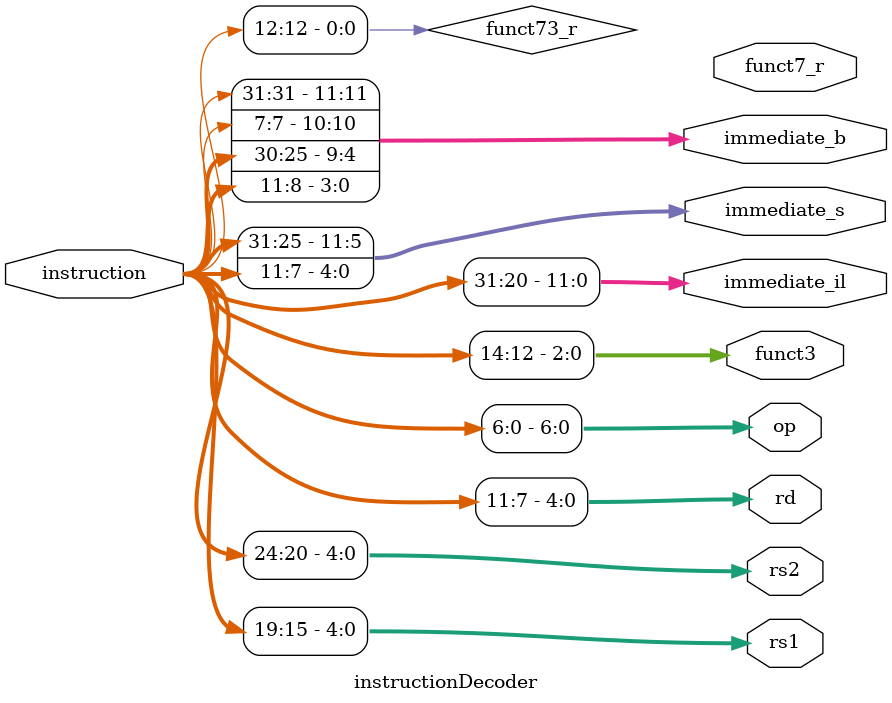
<source format=v>
module instructionDecoder (

    input [31:0] instruction,
    output reg [4:0] rs1, rs2, rd,
    output reg [6:0] op,
    output reg [2:0] funct3,
    output reg [6:0] funct7_r,
    output reg [11:0] immediate_il, immediate_s, immediate_b
);
    always @(*) begin

        // R, I, L formats
        rs1 <= instruction[19:15];
        rs2 <= instruction[24:20];
        rd <= instruction[11:7];

        // Opcode & funct3 common for RILSB 
        op <= instruction[6:0];
        funct3 <= instruction[14:12];

        // funct7_3 for alu control  only for R format
        funct73_r <= {instruction[30], instruction[14:12]};

        // Immediate value of I and L instructions
        immediate_il <= instruction[31:20]; 

        // Immediate values of Store and Branch Instructions
        immediate_s <= {instruction[31:25], instruction[11:7]};
        immediate_b <= {instruction[31], instruction[7], instruction[30:25], instruction[11:8]};
        
    end
endmodule

</source>
